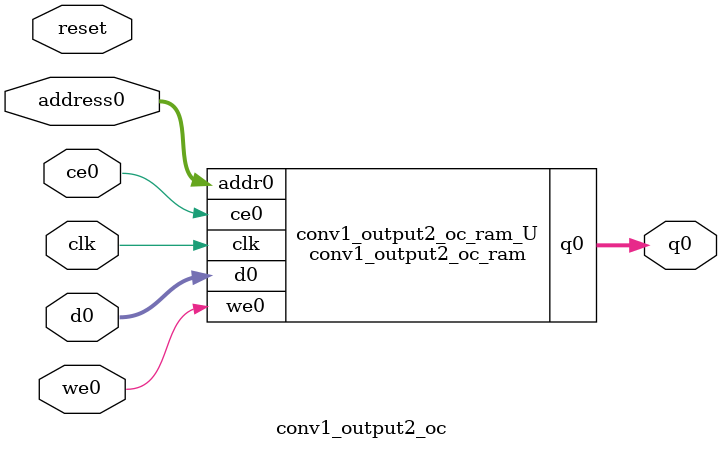
<source format=v>

`timescale 1 ns / 1 ps
module conv1_output2_oc_ram (addr0, ce0, d0, we0, q0,  clk);

parameter DWIDTH = 32;
parameter AWIDTH = 11;
parameter MEM_SIZE = 1176;

input[AWIDTH-1:0] addr0;
input ce0;
input[DWIDTH-1:0] d0;
input we0;
output reg[DWIDTH-1:0] q0;
input clk;

(* ram_style = "block" *)reg [DWIDTH-1:0] ram[0:MEM_SIZE-1];




always @(posedge clk)  
begin 
    if (ce0) 
    begin
        if (we0) 
        begin 
            ram[addr0] <= d0; 
            q0 <= d0;
        end 
        else 
            q0 <= ram[addr0];
    end
end


endmodule


`timescale 1 ns / 1 ps
module conv1_output2_oc(
    reset,
    clk,
    address0,
    ce0,
    we0,
    d0,
    q0);

parameter DataWidth = 32'd32;
parameter AddressRange = 32'd1176;
parameter AddressWidth = 32'd11;
input reset;
input clk;
input[AddressWidth - 1:0] address0;
input ce0;
input we0;
input[DataWidth - 1:0] d0;
output[DataWidth - 1:0] q0;



conv1_output2_oc_ram conv1_output2_oc_ram_U(
    .clk( clk ),
    .addr0( address0 ),
    .ce0( ce0 ),
    .we0( we0 ),
    .d0( d0 ),
    .q0( q0 ));

endmodule


</source>
